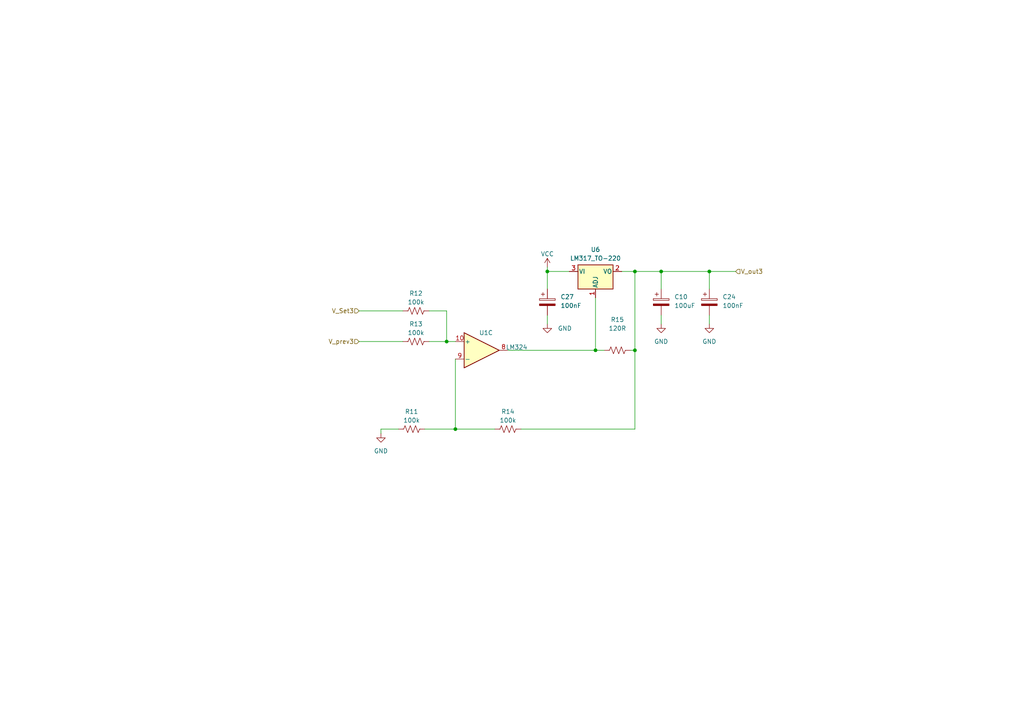
<source format=kicad_sch>
(kicad_sch (version 20250114) (generator "eeschema") (generator_version "9.0")
  (paper "A4")
  (title_block (company "Purdue ECET"))
  (lib_symbols
    (symbol "Amplifier_Operational:LM324" (pin_names (offset 0.127))
      (property "Reference" "U" (at 0 5.08 0))
      (property "Value" "LM324" (at 0 -5.08 0))
      (symbol "LM324_1_1"
        (polyline (pts (xy -5.08 5.08) (xy 5.08 0) (xy -5.08 -5.08) (xy -5.08 5.08)) (stroke (width 0.254)) (fill (type background)))
        (pin input line (at -7.62 2.54 0) (length 2.54) (name "+") (number "3"))
        (pin input line (at -7.62 -2.54 0) (length 2.54) (name "-") (number "2"))
        (pin output line (at 7.62 0 180) (length 2.54) (name "~") (number "1"))
      )
      (symbol "LM324_2_1"
        (polyline (pts (xy -5.08 5.08) (xy 5.08 0) (xy -5.08 -5.08) (xy -5.08 5.08)) (stroke (width 0.254)) (fill (type background)))
        (pin input line (at -7.62 2.54 0) (length 2.54) (name "+") (number "5"))
        (pin input line (at -7.62 -2.54 0) (length 2.54) (name "-") (number "6"))
        (pin output line (at 7.62 0 180) (length 2.54) (name "~") (number "7"))
      )
      (symbol "LM324_3_1"
        (polyline (pts (xy -5.08 5.08) (xy 5.08 0) (xy -5.08 -5.08) (xy -5.08 5.08)) (stroke (width 0.254)) (fill (type background)))
        (pin input line (at -7.62 2.54 0) (length 2.54) (name "+") (number "10"))
        (pin input line (at -7.62 -2.54 0) (length 2.54) (name "-") (number "9"))
        (pin output line (at 7.62 0 180) (length 2.54) (name "~") (number "8"))
      )
      (symbol "LM324_4_1"
        (polyline (pts (xy -5.08 5.08) (xy 5.08 0) (xy -5.08 -5.08) (xy -5.08 5.08)) (stroke (width 0.254)) (fill (type background)))
        (pin input line (at -7.62 2.54 0) (length 2.54) (name "+") (number "12"))
        (pin input line (at -7.62 -2.54 0) (length 2.54) (name "-") (number "13"))
        (pin output line (at 7.62 0 180) (length 2.54) (name "~") (number "14"))
      )
      (symbol "LM324_5_1"
        (pin power_in line (at -2.54 7.62 270) (length 3.81) (name "V+") (number "4"))
        (pin power_in line (at -2.54 -7.62 90) (length 3.81) (name "V-") (number "11"))
      )
    )
    (symbol "Device:C_Polarized" (pin_numbers (hide yes)) (pin_names (offset 0.254))
      (property "Reference" "C" (at 0.635 2.54 0))
      (property "Value" "C_Polarized" (at 0.635 -2.54 0))
      (symbol "C_Polarized_0_1"
        (rectangle (start -2.286 0.508) (end 2.286 1.016))
        (polyline (pts (xy -1.778 2.286) (xy -0.762 2.286)))
        (polyline (pts (xy -1.27 2.794) (xy -1.27 1.778)))
        (rectangle (start 2.286 -0.508) (end -2.286 -1.016) (fill (type outline)))
      )
      (symbol "C_Polarized_1_1"
        (pin passive line (at 0 3.81 270) (length 2.794) (name "~") (number "1"))
        (pin passive line (at 0 -3.81 90) (length 2.794) (name "~") (number "2"))
      )
    )
    (symbol "Device:R_US" (pin_numbers (hide yes)) (pin_names (offset 0))
      (property "Reference" "R" (at 2.54 0 90))
      (property "Value" "R_US" (at -2.54 0 90))
      (symbol "R_US_0_1"
        (polyline (pts (xy 0 2.286) (xy 0 2.54)))
        (polyline (pts (xy 0 2.286) (xy 1.016 1.905) (xy 0 1.524) (xy -1.016 1.143) (xy 0 0.762)))
        (polyline (pts (xy 0 0.762) (xy 1.016 0.381) (xy 0 0) (xy -1.016 -0.381) (xy 0 -0.762)))
        (polyline (pts (xy 0 -0.762) (xy 1.016 -1.143) (xy 0 -1.524) (xy -1.016 -1.905) (xy 0 -2.286)))
        (polyline (pts (xy 0 -2.286) (xy 0 -2.54)))
      )
      (symbol "R_US_1_1"
        (pin passive line (at 0 3.81 270) (length 1.27) (name "~") (number "1"))
        (pin passive line (at 0 -3.81 90) (length 1.27) (name "~") (number "2"))
      )
    )
    (symbol "Regulator_Linear:LM317_TO-220" (pin_names (offset 0.254))
      (property "Reference" "U" (at -3.81 3.175 0))
      (property "Value" "LM317_TO-220" (at 0 3.175 0))
      (symbol "LM317_TO-220_0_1"
        (rectangle (start -5.08 1.905) (end 5.08 -5.08) (stroke (width 0.254)) (fill (type background)))
      )
      (symbol "LM317_TO-220_1_1"
        (pin power_in line (at -7.62 0 0) (length 2.54) (name "VI") (number "3"))
        (pin input line (at 0 -7.62 90) (length 2.54) (name "ADJ") (number "1"))
        (pin power_out line (at 7.62 0 180) (length 2.54) (name "VO") (number "2"))
      )
    )
    (symbol "power:GND" (power) (pin_names (offset 0))
      (property "Value" "GND" (at 0 -3.81 0))
      (symbol "GND_0_1"
        (polyline (pts (xy 0 0) (xy 0 -1.27) (xy 1.27 -1.27) (xy 0 -2.54) (xy -1.27 -1.27) (xy 0 -1.27)))
      )
      (symbol "GND_1_1"
        (pin power_in line (at 0 0 270) (length 0) (hide yes) (name "GND") (number "1"))
      )
    )
    (symbol "power:VCC" (power) (pin_names (offset 0))
      (property "Value" "VCC" (at 0 3.81 0))
      (symbol "VCC_0_1"
        (polyline (pts (xy -0.762 1.27) (xy 0 2.54)))
        (polyline (pts (xy 0 2.54) (xy 0.762 1.27)))
        (polyline (pts (xy 0 0) (xy 0 2.54)))
      )
      (symbol "VCC_1_1"
        (pin power_in line (at 0 0 90) (length 0) (hide yes) (name "VCC") (number "1"))
      )
    )
  )
  (junction (at 191.77 78.74))
  (junction (at 132.08 124.46))
  (junction (at 184.15 78.74))
  (junction (at 205.74 78.74))
  (junction (at 129.54 99.06))
  (junction (at 172.72 101.6))
  (junction (at 158.75 78.74))
  (junction (at 184.15 101.6))
  (wire (pts (xy 205.74 78.74) (xy 205.74 83.82)))
  (wire (pts (xy 104.14 99.06) (xy 116.84 99.06)))
  (wire (pts (xy 184.15 78.74) (xy 184.15 101.6)))
  (wire (pts (xy 132.08 104.14) (xy 132.08 124.46)))
  (wire (pts (xy 132.08 124.46) (xy 143.51 124.46)))
  (wire (pts (xy 129.54 99.06) (xy 132.08 99.06)))
  (wire (pts (xy 147.32 101.6) (xy 172.72 101.6)))
  (wire (pts (xy 191.77 91.44) (xy 191.77 93.98)))
  (wire (pts (xy 158.75 78.74) (xy 158.75 77.47)))
  (wire (pts (xy 184.15 124.46) (xy 184.15 101.6)))
  (wire (pts (xy 175.26 101.6) (xy 172.72 101.6)))
  (wire (pts (xy 182.88 101.6) (xy 184.15 101.6)))
  (wire (pts (xy 110.49 124.46) (xy 110.49 125.73)))
  (wire (pts (xy 191.77 83.82) (xy 191.77 78.74)))
  (wire (pts (xy 158.75 78.74) (xy 158.75 83.82)))
  (wire (pts (xy 124.46 99.06) (xy 129.54 99.06)))
  (wire (pts (xy 104.14 90.17) (xy 116.84 90.17)))
  (wire (pts (xy 184.15 78.74) (xy 191.77 78.74)))
  (wire (pts (xy 158.75 91.44) (xy 158.75 93.98)))
  (wire (pts (xy 172.72 86.36) (xy 172.72 101.6)))
  (wire (pts (xy 180.34 78.74) (xy 184.15 78.74)))
  (wire (pts (xy 191.77 78.74) (xy 205.74 78.74)))
  (wire (pts (xy 123.19 124.46) (xy 132.08 124.46)))
  (wire (pts (xy 115.57 124.46) (xy 110.49 124.46)))
  (wire (pts (xy 205.74 91.44) (xy 205.74 93.98)))
  (wire (pts (xy 151.13 124.46) (xy 184.15 124.46)))
  (wire (pts (xy 124.46 90.17) (xy 129.54 90.17)))
  (wire (pts (xy 205.74 78.74) (xy 213.36 78.74)))
  (wire (pts (xy 129.54 90.17) (xy 129.54 99.06)))
  (wire (pts (xy 165.1 78.74) (xy 158.75 78.74)))
  (hierarchical_label "V_out3" (shape input) (at 213.36 78.74 0))
  (hierarchical_label "V_prev3" (shape input) (at 104.14 99.06 180))
  (hierarchical_label "V_Set3" (shape input) (at 104.14 90.17 180))
  (symbol (lib_id "Device:C_Polarized") (at 158.75 87.63 0) (unit 1)
    (property "Reference" "C27" (at 162.56 86.106 0) (effects (justify left)))
    (property "Value" "100nF" (at 162.56 88.646 0) (effects (justify left)))
    (property "Footprint" "Capacitor_THT:C_Disc_D4.3mm_W1.9mm_P5.00mm" (effects (hide yes)))
  )
  (symbol (lib_id "Device:R_US") (at 147.32 124.46 90) (unit 1)
    (property "Reference" "R14" (at 147.32 119.38 90))
    (property "Value" "100k" (at 147.32 121.92 90))
    (property "Footprint" "Resistor_THT:R_Axial_DIN0207_L6.3mm_D2.5mm_P10.16mm_Horizontal" (effects (hide yes)))
  )
  (symbol (lib_id "power:GND") (at 110.49 125.73 0) (unit 1)
    (property "Reference" "#PWR011" (effects (hide yes)))
    (property "Value" "GND" (at 110.49 130.81 0))
  )
  (symbol (lib_id "Device:C_Polarized") (at 191.77 87.63 0) (unit 1)
    (property "Reference" "C10" (at 195.58 86.106 0) (effects (justify left)))
    (property "Value" "100uF" (at 195.58 88.646 0) (effects (justify left)))
    (property "Footprint" "Capacitor_THT:CP_Radial_D7.5mm_P2.50mm" (effects (hide yes)))
  )
  (symbol (lib_id "power:GND") (at 205.74 93.98 0) (unit 1)
    (property "Reference" "#PWR051" (effects (hide yes)))
    (property "Value" "GND" (at 205.74 99.06 0))
  )
  (symbol (lib_id "Device:R_US") (at 120.65 90.17 90) (unit 1)
    (property "Reference" "R12" (at 120.65 85.09 90))
    (property "Value" "100k" (at 120.65 87.63 90))
    (property "Footprint" "Resistor_THT:R_Axial_DIN0207_L6.3mm_D2.5mm_P10.16mm_Horizontal" (effects (hide yes)))
  )
  (symbol (lib_id "power:VCC") (at 158.75 77.47 0) (unit 1)
    (property "Reference" "#PWR015" (effects (hide yes)))
    (property "Value" "VCC" (at 158.75 73.66 0))
  )
  (symbol (lib_id "Device:R_US") (at 179.07 101.6 270) (unit 1)
    (property "Reference" "R15" (at 179.07 92.71 90))
    (property "Value" "120R" (at 179.07 95.25 90))
    (property "Footprint" "Resistor_THT:R_Axial_DIN0207_L6.3mm_D2.5mm_P10.16mm_Horizontal" (effects (hide yes)))
  )
  (symbol (lib_id "Device:R_US") (at 120.65 99.06 90) (unit 1)
    (property "Reference" "R13" (at 120.65 93.98 90))
    (property "Value" "100k" (at 120.65 96.52 90))
    (property "Footprint" "Resistor_THT:R_Axial_DIN0207_L6.3mm_D2.5mm_P10.16mm_Horizontal" (effects (hide yes)))
  )
  (symbol (lib_id "Regulator_Linear:LM317_TO-220") (at 172.72 78.74 0) (unit 1)
    (property "Reference" "U6" (at 172.72 72.39 0))
    (property "Value" "LM317_TO-220" (at 172.72 74.93 0))
    (property "Footprint" "Package_TO_SOT_THT:TO-220-3_Vertical" (effects (hide yes)))
    (property "Datasheet" "http://www.ti.com/lit/ds/symlink/lm317.pdf" (effects (hide yes)))
  )
  (symbol (lib_id "Device:C_Polarized") (at 205.74 87.63 0) (unit 1)
    (property "Reference" "C24" (at 209.55 86.106 0) (effects (justify left)))
    (property "Value" "100nF" (at 209.55 88.646 0) (effects (justify left)))
    (property "Footprint" "Capacitor_THT:C_Disc_D4.3mm_W1.9mm_P5.00mm" (effects (hide yes)))
  )
  (symbol (lib_id "power:GND") (at 191.77 93.98 0) (unit 1)
    (property "Reference" "#PWR028" (effects (hide yes)))
    (property "Value" "GND" (at 191.77 99.06 0))
  )
  (symbol (lib_id "Device:R_US") (at 119.38 124.46 90) (unit 1)
    (property "Reference" "R11" (at 119.38 119.38 90))
    (property "Value" "100k" (at 119.38 121.92 90))
    (property "Footprint" "Resistor_THT:R_Axial_DIN0207_L6.3mm_D2.5mm_P10.16mm_Horizontal" (effects (hide yes)))
  )
  (symbol (lib_id "Amplifier_Operational:LM324") (at 139.7 101.6 0) (unit 3)
    (property "Reference" "U1" (at 140.97 96.52 0))
    (property "Value" "LM324" (at 149.86 100.7111 0))
    (property "Footprint" "Package_DIP:DIP-14_W7.62mm_LongPads" (effects (hide yes)))
    (property "Datasheet" "http://www.ti.com/lit/ds/symlink/lm2902-n.pdf" (effects (hide yes)))
    (property "Description" "Low-Power, Quad-Operational Amplifiers, DIP-14/SOIC-14/SSOP-14" (effects (hide yes)))
  )
  (symbol (lib_id "power:GND") (at 158.75 93.98 0) (unit 1)
    (property "Reference" "#PWR054" (effects (hide yes)))
    (property "Value" "GND" (at 163.83 95.25 0))
  )
)
</source>
